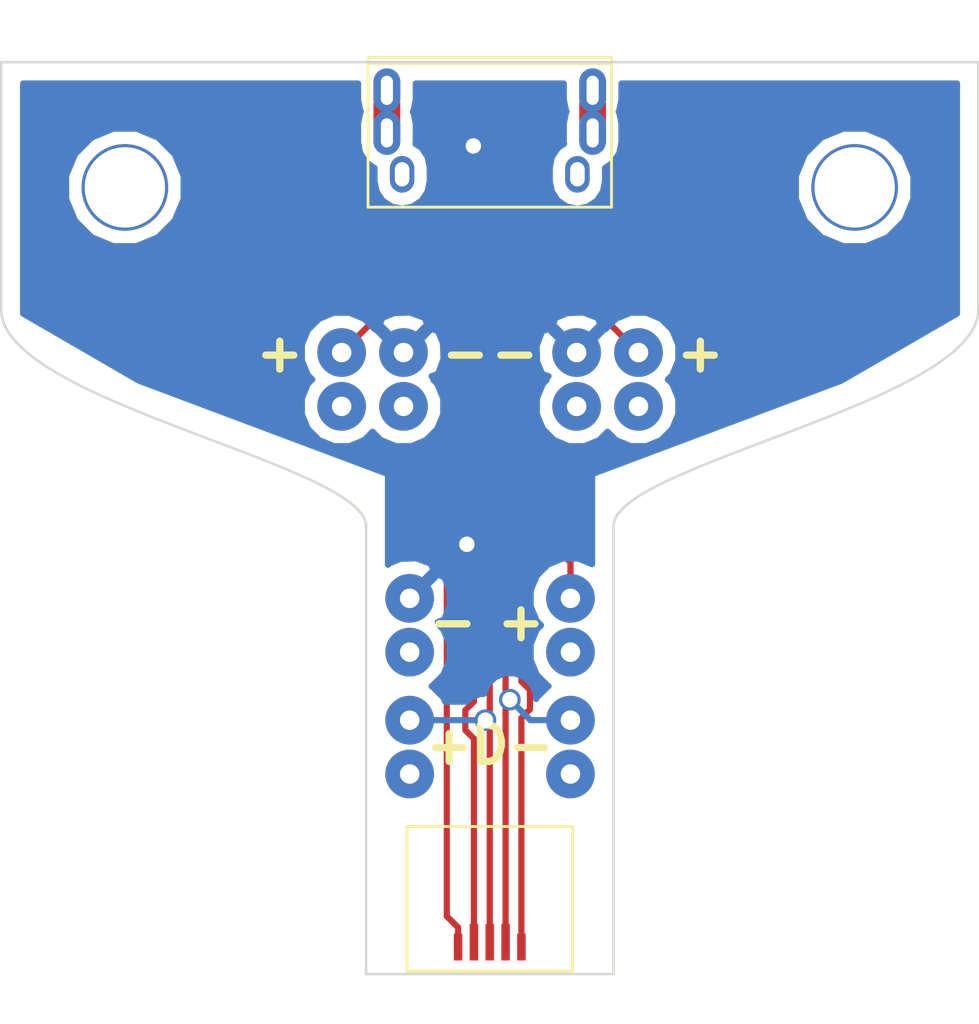
<source format=kicad_pcb>
(kicad_pcb (version 20170123) (host pcbnew "(2017-07-31 revision 67ae5935d)-master")

  (general
    (thickness 1.6)
    (drawings 74)
    (tracks 64)
    (zones 0)
    (modules 10)
    (nets 14)
  )

  (page A4)
  (layers
    (0 F.Cu signal)
    (31 B.Cu signal)
    (32 B.Adhes user)
    (33 F.Adhes user)
    (34 B.Paste user)
    (35 F.Paste user)
    (36 B.SilkS user)
    (37 F.SilkS user)
    (38 B.Mask user)
    (39 F.Mask user)
    (40 Dwgs.User user)
    (41 Cmts.User user)
    (42 Eco1.User user)
    (43 Eco2.User user)
    (44 Edge.Cuts user)
    (45 Margin user)
    (46 B.CrtYd user)
    (47 F.CrtYd user)
    (48 B.Fab user)
    (49 F.Fab user)
  )

  (setup
    (last_trace_width 0.254)
    (trace_clearance 0.254)
    (zone_clearance 0.508)
    (zone_45_only no)
    (trace_min 0.2)
    (segment_width 0.2)
    (edge_width 0.1)
    (via_size 0.889)
    (via_drill 0.635)
    (via_min_size 0.4)
    (via_min_drill 0.3)
    (user_via 3.556 3.302)
    (uvia_size 0.508)
    (uvia_drill 0.127)
    (uvias_allowed no)
    (uvia_min_size 0.2)
    (uvia_min_drill 0.1)
    (pcb_text_width 0.3)
    (pcb_text_size 1.5 1.5)
    (mod_edge_width 0.15)
    (mod_text_size 1 1)
    (mod_text_width 0.15)
    (pad_size 1.5 1.5)
    (pad_drill 0.6)
    (pad_to_mask_clearance 0)
    (aux_axis_origin 0 0)
    (visible_elements FFFFFF7F)
    (pcbplotparams
      (layerselection 0x00030_ffffffff)
      (usegerberextensions false)
      (excludeedgelayer true)
      (linewidth 0.100000)
      (plotframeref false)
      (viasonmask false)
      (mode 1)
      (useauxorigin false)
      (hpglpennumber 1)
      (hpglpenspeed 20)
      (hpglpendiameter 15)
      (psnegative false)
      (psa4output false)
      (plotreference true)
      (plotvalue true)
      (plotinvisibletext false)
      (padsonsilk false)
      (subtractmaskfromsilk false)
      (outputformat 1)
      (mirror false)
      (drillshape 1)
      (scaleselection 1)
      (outputdirectory ""))
  )

  (net 0 "")
  (net 1 /SHIELD)
  (net 2 /GND)
  (net 3 /D+)
  (net 4 /D-)
  (net 5 /VBUS)
  (net 6 "Net-(J2-Pad2)")
  (net 7 "Net-(J3-Pad2)")
  (net 8 "Net-(J4-Pad2)")
  (net 9 "Net-(J5-Pad2)")
  (net 10 "Net-(J6-Pad2)")
  (net 11 "Net-(J7-Pad2)")
  (net 12 "Net-(J8-Pad2)")
  (net 13 "Net-(J9-Pad2)")

  (net_class Default "This is the default net class."
    (clearance 0.254)
    (trace_width 0.254)
    (via_dia 0.889)
    (via_drill 0.635)
    (uvia_dia 0.508)
    (uvia_drill 0.127)
    (add_net /D+)
    (add_net /D-)
    (add_net /GND)
    (add_net /SHIELD)
    (add_net /VBUS)
    (add_net "Net-(J2-Pad2)")
    (add_net "Net-(J3-Pad2)")
    (add_net "Net-(J4-Pad2)")
    (add_net "Net-(J5-Pad2)")
    (add_net "Net-(J6-Pad2)")
    (add_net "Net-(J7-Pad2)")
    (add_net "Net-(J8-Pad2)")
    (add_net "Net-(J9-Pad2)")
  )

  (module custom_footprints:USB_Micro-B-custom locked (layer F.Cu) (tedit 59CDAD90) (tstamp 59CDDC98)
    (at 130.2893 75.184 180)
    (descr "Micro USB Type B Receptacle")
    (tags "USB USB_B USB_micro USB_OTG")
    (path /59CD5E46)
    (attr smd)
    (fp_text reference J1 (at 0 -2.52 180) (layer Cmts.User)
      (effects (font (size 1 1) (thickness 0.15)))
    )
    (fp_text value USB_B (at 0 6.01 180) (layer F.Fab)
      (effects (font (size 1 1) (thickness 0.15)))
    )
    (fp_line (start -5 4.5) (end -5 -1.65) (layer F.SilkS) (width 0.12))
    (fp_line (start 5 4.25) (end -5 4.25) (layer F.SilkS) (width 0.12))
    (fp_line (start 5 -1.65) (end 5 4.5) (layer F.SilkS) (width 0.12))
    (fp_line (start -5 -1.65) (end 5 -1.65) (layer F.SilkS) (width 0.12))
    (fp_line (start -5 4.5) (end 5 4.5) (layer F.SilkS) (width 0.12))
    (fp_line (start -5.2 4.7) (end -5.2 -1.87) (layer F.CrtYd) (width 0.05))
    (fp_line (start 5.2 4.7) (end -5.2 4.7) (layer F.CrtYd) (width 0.05))
    (fp_line (start 5.2 -1.87) (end 5.2 4.7) (layer F.CrtYd) (width 0.05))
    (fp_line (start -5.2 -1.87) (end 5.2 -1.87) (layer F.CrtYd) (width 0.05))
    (pad "" thru_hole oval (at 3.6 -0.3 270) (size 1.5 1) (drill oval 1 0.6) (layers *.Cu *.Mask))
    (pad 5 smd rect (at 1.3 -0.6 270) (size 1.2 0.45) (layers F.Cu F.Paste F.Mask)
      (net 1 /SHIELD))
    (pad 4 smd rect (at 0.65 -0.6 270) (size 1.2 0.45) (layers F.Cu F.Paste F.Mask)
      (net 2 /GND))
    (pad 3 smd rect (at 0 -0.6 270) (size 1.2 0.45) (layers F.Cu F.Paste F.Mask)
      (net 3 /D+))
    (pad 2 smd rect (at -0.65 -0.6 270) (size 1.2 0.45) (layers F.Cu F.Paste F.Mask)
      (net 4 /D-))
    (pad 1 smd rect (at -1.3 -0.6 270) (size 1.2 0.45) (layers F.Cu F.Paste F.Mask)
      (net 5 /VBUS))
    (pad "" thru_hole oval (at -3.6 -0.3 270) (size 1.5 1) (drill oval 1 0.6) (layers *.Cu *.Mask))
    (pad "" thru_hole oval (at -4.225 1.4 270) (size 1.8 1.1) (drill oval 1.2 0.5) (layers *.Cu *.Mask))
    (pad "" thru_hole oval (at -4.225 3.15 270) (size 1.8 1.1) (drill oval 1.2 0.5) (layers *.Cu *.Mask))
    (pad "" thru_hole oval (at 4.225 1.4 270) (size 1.8 1.1) (drill oval 1.2 0.5) (layers *.Cu *.Mask))
    (pad "" thru_hole oval (at 4.225 3.15 270) (size 1.8 1.1) (drill oval 1.2 0.5) (layers *.Cu *.Mask))
    (pad "" smd rect (at 4.225 2.25 270) (size 0.8 1.1) (layers F.Cu F.Paste F.Mask))
    (pad "" smd rect (at -4.225 2.25 270) (size 0.8 1.1) (layers F.Cu F.Paste F.Mask))
  )

  (module custom_footprints:SolderWirePad_1x2-8mm (layer F.Cu) (tedit 59CDAD98) (tstamp 59CDDC9E)
    (at 136.398 83.914 270)
    (path /59CAC5DC)
    (fp_text reference J2 (at 0 -3.81 270) (layer Cmts.User)
      (effects (font (size 1 1) (thickness 0.15)))
    )
    (fp_text value CONN_01X02 (at 0.635 2.54 270) (layer F.Fab) hide
      (effects (font (size 1 1) (thickness 0.15)))
    )
    (pad 2 thru_hole circle (at 1.1 0 270) (size 1.99898 1.99898) (drill 0.8001) (layers *.Cu *.Mask)
      (net 6 "Net-(J2-Pad2)"))
    (pad 1 thru_hole circle (at -1.11 0 270) (size 1.99898 1.99898) (drill 0.8001) (layers *.Cu *.Mask)
      (net 5 /VBUS))
  )

  (module custom_footprints:SolderWirePad_1x2-8mm (layer F.Cu) (tedit 59CDAD94) (tstamp 59CDDCA4)
    (at 133.858 83.914 270)
    (path /59CAC664)
    (fp_text reference J3 (at 0 -3.81 270) (layer Cmts.User)
      (effects (font (size 1 1) (thickness 0.15)))
    )
    (fp_text value CONN_01X02 (at 0.635 2.54 270) (layer F.Fab) hide
      (effects (font (size 1 1) (thickness 0.15)))
    )
    (pad 1 thru_hole circle (at -1.11 0 270) (size 1.99898 1.99898) (drill 0.8001) (layers *.Cu *.Mask)
      (net 2 /GND))
    (pad 2 thru_hole circle (at 1.1 0 270) (size 1.99898 1.99898) (drill 0.8001) (layers *.Cu *.Mask)
      (net 7 "Net-(J3-Pad2)"))
  )

  (module custom_footprints:SolderWirePad_1x2-8mm (layer F.Cu) (tedit 59CDAD53) (tstamp 59CDDCAA)
    (at 124.206 83.914 270)
    (path /59CAC690)
    (fp_text reference J4 (at 0 -3.81 270) (layer Cmts.User) hide
      (effects (font (size 1 1) (thickness 0.15)))
    )
    (fp_text value CONN_01X02 (at 0.635 2.54 270) (layer F.Fab) hide
      (effects (font (size 1 1) (thickness 0.15)))
    )
    (pad 2 thru_hole circle (at 1.1 0 270) (size 1.99898 1.99898) (drill 0.8001) (layers *.Cu *.Mask)
      (net 8 "Net-(J4-Pad2)"))
    (pad 1 thru_hole circle (at -1.11 0 270) (size 1.99898 1.99898) (drill 0.8001) (layers *.Cu *.Mask)
      (net 5 /VBUS))
  )

  (module custom_footprints:SolderWirePad_1x2-8mm (layer F.Cu) (tedit 59CDAD57) (tstamp 59CDDCB0)
    (at 126.746 83.914 270)
    (path /59CAC6F5)
    (fp_text reference J5 (at 0 -3.81 270) (layer Cmts.User)
      (effects (font (size 1 1) (thickness 0.15)))
    )
    (fp_text value CONN_01X02 (at 0.635 2.54 270) (layer F.Fab) hide
      (effects (font (size 1 1) (thickness 0.15)))
    )
    (pad 1 thru_hole circle (at -1.11 0 270) (size 1.99898 1.99898) (drill 0.8001) (layers *.Cu *.Mask)
      (net 2 /GND))
    (pad 2 thru_hole circle (at 1.1 0 270) (size 1.99898 1.99898) (drill 0.8001) (layers *.Cu *.Mask)
      (net 9 "Net-(J5-Pad2)"))
  )

  (module custom_footprints:SolderWirePad_1x2-8mm (layer F.Cu) (tedit 59CDAD86) (tstamp 59CDDCB6)
    (at 133.604 94.008 270)
    (path /59CD691B)
    (fp_text reference J6 (at 0 -3.81 270) (layer Cmts.User)
      (effects (font (size 1 1) (thickness 0.15)))
    )
    (fp_text value CONN_01X02 (at 0.635 2.54 270) (layer F.Fab) hide
      (effects (font (size 1 1) (thickness 0.15)))
    )
    (pad 2 thru_hole circle (at 1.1 0 270) (size 1.99898 1.99898) (drill 0.8001) (layers *.Cu *.Mask)
      (net 10 "Net-(J6-Pad2)"))
    (pad 1 thru_hole circle (at -1.11 0 270) (size 1.99898 1.99898) (drill 0.8001) (layers *.Cu *.Mask)
      (net 5 /VBUS))
  )

  (module custom_footprints:SolderWirePad_1x2-8mm (layer F.Cu) (tedit 59CDAD78) (tstamp 59CDDCBC)
    (at 127 99.012 270)
    (path /59CD64BA)
    (fp_text reference J7 (at 0 -3.81 270) (layer Cmts.User)
      (effects (font (size 1 1) (thickness 0.15)))
    )
    (fp_text value CONN_01X02 (at 0.635 2.54 270) (layer F.Fab) hide
      (effects (font (size 1 1) (thickness 0.15)))
    )
    (pad 1 thru_hole circle (at -1.11 0 270) (size 1.99898 1.99898) (drill 0.8001) (layers *.Cu *.Mask)
      (net 3 /D+))
    (pad 2 thru_hole circle (at 1.1 0 270) (size 1.99898 1.99898) (drill 0.8001) (layers *.Cu *.Mask)
      (net 11 "Net-(J7-Pad2)"))
  )

  (module custom_footprints:SolderWirePad_1x2-8mm (layer F.Cu) (tedit 59CDAD82) (tstamp 59CDDCC2)
    (at 133.604 99.012 270)
    (path /59CD62AF)
    (fp_text reference J8 (at 0 -3.81 270) (layer Cmts.User)
      (effects (font (size 1 1) (thickness 0.15)))
    )
    (fp_text value CONN_01X02 (at 0.635 2.54 270) (layer F.Fab) hide
      (effects (font (size 1 1) (thickness 0.15)))
    )
    (pad 2 thru_hole circle (at 1.1 0 270) (size 1.99898 1.99898) (drill 0.8001) (layers *.Cu *.Mask)
      (net 12 "Net-(J8-Pad2)"))
    (pad 1 thru_hole circle (at -1.11 0 270) (size 1.99898 1.99898) (drill 0.8001) (layers *.Cu *.Mask)
      (net 4 /D-))
  )

  (module custom_footprints:SolderWirePad_1x2-8mm (layer F.Cu) (tedit 59CDAD7D) (tstamp 59CDDCC8)
    (at 127 94.008 270)
    (path /59CD6590)
    (fp_text reference J9 (at 0 -3.81 270) (layer Cmts.User)
      (effects (font (size 1 1) (thickness 0.15)))
    )
    (fp_text value CONN_01X02 (at 0.635 2.54 270) (layer F.Fab) hide
      (effects (font (size 1 1) (thickness 0.15)))
    )
    (pad 2 thru_hole circle (at 1.1 0 270) (size 1.99898 1.99898) (drill 0.8001) (layers *.Cu *.Mask)
      (net 13 "Net-(J9-Pad2)"))
    (pad 1 thru_hole circle (at -1.11 0 270) (size 1.99898 1.99898) (drill 0.8001) (layers *.Cu *.Mask)
      (net 2 /GND))
  )

  (module custom_footprints:USB_Micro-B-custom-plug locked (layer F.Cu) (tedit 59CDADA3) (tstamp 59CDDCDF)
    (at 130.2893 107.0206 180)
    (descr "Micro USB Type B Receptacle")
    (tags "USB USB_B USB_micro USB_OTG")
    (path /59CD612E)
    (attr smd)
    (fp_text reference J11 (at 0 -2.52 180) (layer Cmts.User)
      (effects (font (size 1 1) (thickness 0.15)))
    )
    (fp_text value USB_B (at 0 6.01 180) (layer F.Fab)
      (effects (font (size 1 1) (thickness 0.15)))
    )
    (fp_line (start -3.4 4.75) (end -3.4 -1.19) (layer F.SilkS) (width 0.12))
    (fp_line (start 3.4 -1.19) (end 3.4 4.75) (layer F.SilkS) (width 0.12))
    (fp_line (start -3.4 -1.19) (end 3.4 -1.19) (layer F.SilkS) (width 0.12))
    (fp_line (start -3.4 4.75) (end 3.4 4.75) (layer F.SilkS) (width 0.12))
    (fp_line (start -3.65 5) (end -3.65 -1.5) (layer F.CrtYd) (width 0.05))
    (fp_line (start 3.65 5) (end -3.65 5) (layer F.CrtYd) (width 0.05))
    (fp_line (start 3.65 -1.5) (end 3.65 5) (layer F.CrtYd) (width 0.05))
    (fp_line (start -3.65 -1.5) (end 3.65 -1.5) (layer F.CrtYd) (width 0.05))
    (pad 5 smd rect (at 1.3 -0.2 270) (size 1.1 0.35) (layers F.Cu F.Paste F.Mask)
      (net 1 /SHIELD))
    (pad 4 smd rect (at 0.65 0 270) (size 1.5 0.35) (layers F.Cu F.Paste F.Mask)
      (net 2 /GND))
    (pad 3 smd rect (at 0 0 270) (size 1.5 0.35) (layers F.Cu F.Paste F.Mask)
      (net 3 /D+))
    (pad 2 smd rect (at -0.65 0 270) (size 1.5 0.35) (layers F.Cu F.Paste F.Mask)
      (net 4 /D-))
    (pad 1 smd rect (at -1.3 -0.2 270) (size 1.1 0.35) (layers F.Cu F.Paste F.Mask)
      (net 5 /VBUS))
  )

  (gr_line (start 147.574 83.566) (end 113.03 83.566) (layer Cmts.User) (width 0.2))
  (gr_text - (at 128.778 93.838) (layer F.SilkS)
    (effects (font (size 1.5 1.5) (thickness 0.3)))
  )
  (gr_text + (at 131.572 93.838) (layer F.SilkS)
    (effects (font (size 1.5 1.5) (thickness 0.3)))
  )
  (gr_text +D- (at 130.302 98.918) (layer F.SilkS)
    (effects (font (size 1.5 1.5) (thickness 0.3)))
  )
  (gr_text + (at 138.938 82.804) (layer F.SilkS) (tstamp 59CDE100)
    (effects (font (size 1.5 1.5) (thickness 0.3)))
  )
  (gr_text - (at 131.318 82.804) (layer F.SilkS) (tstamp 59CDE0FD)
    (effects (font (size 1.5 1.5) (thickness 0.3)))
  )
  (gr_text - (at 129.286 82.804) (layer F.SilkS)
    (effects (font (size 1.5 1.5) (thickness 0.3)))
  )
  (gr_text + (at 121.666 82.804) (layer F.SilkS)
    (effects (font (size 1.5 1.5) (thickness 0.3)))
  )
  (gr_line (start 110.267605 81.393954) (end 110.320313 81.567989) (layer Edge.Cuts) (width 0.1))
  (gr_line (start 110.235477 81.218117) (end 110.267605 81.393954) (layer Edge.Cuts) (width 0.1))
  (gr_line (start 111.207888 82.738213) (end 111.6076 83.058) (layer Edge.Cuts) (width 0.1))
  (gr_line (start 110.868545 82.412148) (end 111.207888 82.738213) (layer Edge.Cuts) (width 0.1))
  (gr_line (start 113.114067 83.982013) (end 113.700372 84.27901) (layer Edge.Cuts) (width 0.1))
  (gr_line (start 112.566177 83.679667) (end 113.114067 83.982013) (layer Edge.Cuts) (width 0.1))
  (gr_line (start 110.595058 82.079571) (end 110.868545 82.412148) (layer Edge.Cuts) (width 0.1))
  (gr_line (start 110.484725 81.910768) (end 110.595058 82.079571) (layer Edge.Cuts) (width 0.1))
  (gr_line (start 150.356615 70.880448) (end 150.356615 81.040448) (layer Edge.Cuts) (width 0.1))
  (gr_line (start 110.224615 70.880448) (end 150.356615 70.880448) (layer Edge.Cuts) (width 0.1))
  (gr_line (start 135.538915 89.453888) (end 135.466313 89.57313) (layer Edge.Cuts) (width 0.1))
  (gr_line (start 135.741058 89.215027) (end 135.538915 89.453888) (layer Edge.Cuts) (width 0.1))
  (gr_line (start 137.712178 88.005605) (end 137.208193 88.25028) (layer Edge.Cuts) (width 0.1))
  (gr_line (start 138.846372 87.510441) (end 137.712178 88.005605) (layer Edge.Cuts) (width 0.1))
  (gr_line (start 148.519037 83.37174) (end 148.015053 83.679667) (layer Edge.Cuts) (width 0.1))
  (gr_line (start 148.97363 83.058) (end 148.519037 83.37174) (layer Edge.Cuts) (width 0.1))
  (gr_line (start 120.468951 87.005976) (end 121.734858 87.510441) (layer Edge.Cuts) (width 0.1))
  (gr_line (start 117.717615 85.961698) (end 120.468951 87.005976) (layer Edge.Cuts) (width 0.1))
  (gr_line (start 140.112279 87.005976) (end 138.846372 87.510441) (layer Edge.Cuts) (width 0.1))
  (gr_line (start 142.863615 85.961698) (end 140.112279 87.005976) (layer Edge.Cuts) (width 0.1))
  (gr_line (start 125.167625 89.692285) (end 125.199753 89.811381) (layer Edge.Cuts) (width 0.1))
  (gr_line (start 125.114917 89.57313) (end 125.167625 89.692285) (layer Edge.Cuts) (width 0.1))
  (gr_line (start 124.566685 88.975468) (end 124.840172 89.215027) (layer Edge.Cuts) (width 0.1))
  (gr_line (start 124.227342 88.734979) (end 124.566685 88.975468) (layer Edge.Cuts) (width 0.1))
  (gr_line (start 125.042315 89.453888) (end 125.114917 89.57313) (layer Edge.Cuts) (width 0.1))
  (gr_line (start 124.840172 89.215027) (end 125.042315 89.453888) (layer Edge.Cuts) (width 0.1))
  (gr_line (start 136.014545 88.975468) (end 135.741058 89.215027) (layer Edge.Cuts) (width 0.1))
  (gr_line (start 136.353888 88.734979) (end 136.014545 88.975468) (layer Edge.Cuts) (width 0.1))
  (gr_line (start 122.869052 88.005605) (end 123.373037 88.25028) (layer Edge.Cuts) (width 0.1))
  (gr_line (start 121.734858 87.510441) (end 122.869052 88.005605) (layer Edge.Cuts) (width 0.1))
  (gr_line (start 144.261235 85.418166) (end 142.863615 85.961698) (layer Edge.Cuts) (width 0.1))
  (gr_line (start 145.614951 84.85789) (end 144.261235 85.418166) (layer Edge.Cuts) (width 0.1))
  (gr_line (start 147.467163 83.982013) (end 146.880858 84.27901) (layer Edge.Cuts) (width 0.1))
  (gr_line (start 148.015053 83.679667) (end 147.467163 83.982013) (layer Edge.Cuts) (width 0.1))
  (gr_line (start 135.381477 89.811381) (end 135.370615 89.930448) (layer Edge.Cuts) (width 0.1))
  (gr_line (start 150.356615 81.040448) (end 150.345753 81.218117) (layer Edge.Cuts) (width 0.1))
  (gr_line (start 125.199753 89.811381) (end 125.210615 89.930448) (layer Edge.Cuts) (width 0.1))
  (gr_line (start 116.319995 85.418166) (end 117.717615 85.961698) (layer Edge.Cuts) (width 0.1))
  (gr_line (start 114.966279 84.85789) (end 116.319995 85.418166) (layer Edge.Cuts) (width 0.1))
  (gr_line (start 136.7536 88.493327) (end 136.353888 88.734979) (layer Edge.Cuts) (width 0.1))
  (gr_line (start 137.208193 88.25028) (end 136.7536 88.493327) (layer Edge.Cuts) (width 0.1))
  (gr_line (start 146.261625 84.570892) (end 145.614951 84.85789) (layer Edge.Cuts) (width 0.1))
  (gr_line (start 146.880858 84.27901) (end 146.261625 84.570892) (layer Edge.Cuts) (width 0.1))
  (gr_line (start 123.82763 88.493327) (end 124.227342 88.734979) (layer Edge.Cuts) (width 0.1))
  (gr_line (start 123.373037 88.25028) (end 123.82763 88.493327) (layer Edge.Cuts) (width 0.1))
  (gr_line (start 110.224615 81.040448) (end 110.224615 70.880448) (layer Edge.Cuts) (width 0.1))
  (gr_line (start 149.986172 82.079571) (end 149.712685 82.412148) (layer Edge.Cuts) (width 0.1))
  (gr_line (start 150.096505 81.910768) (end 149.986172 82.079571) (layer Edge.Cuts) (width 0.1))
  (gr_line (start 135.413605 89.692285) (end 135.381477 89.811381) (layer Edge.Cuts) (width 0.1))
  (gr_line (start 135.466313 89.57313) (end 135.413605 89.692285) (layer Edge.Cuts) (width 0.1))
  (gr_line (start 149.373342 82.738213) (end 148.97363 83.058) (layer Edge.Cuts) (width 0.1))
  (gr_line (start 149.712685 82.412148) (end 149.373342 82.738213) (layer Edge.Cuts) (width 0.1))
  (gr_line (start 150.313625 81.393954) (end 150.260917 81.567989) (layer Edge.Cuts) (width 0.1))
  (gr_line (start 150.345753 81.218117) (end 150.313625 81.393954) (layer Edge.Cuts) (width 0.1))
  (gr_line (start 125.210615 108.331) (end 135.370615 108.331) (layer Edge.Cuts) (width 0.1))
  (gr_line (start 125.210615 89.930448) (end 125.210615 108.331) (layer Edge.Cuts) (width 0.1))
  (gr_line (start 150.188315 81.740251) (end 150.096505 81.910768) (layer Edge.Cuts) (width 0.1))
  (gr_line (start 150.260917 81.567989) (end 150.188315 81.740251) (layer Edge.Cuts) (width 0.1))
  (gr_line (start 110.392915 81.740251) (end 110.484725 81.910768) (layer Edge.Cuts) (width 0.1))
  (gr_line (start 110.320313 81.567989) (end 110.392915 81.740251) (layer Edge.Cuts) (width 0.1))
  (gr_line (start 114.319605 84.570892) (end 114.966279 84.85789) (layer Edge.Cuts) (width 0.1))
  (gr_line (start 113.700372 84.27901) (end 114.319605 84.570892) (layer Edge.Cuts) (width 0.1))
  (gr_line (start 110.224615 81.040448) (end 110.235477 81.218117) (layer Edge.Cuts) (width 0.1))
  (gr_line (start 135.370615 108.331) (end 135.370615 89.930448) (layer Edge.Cuts) (width 0.1))
  (gr_line (start 112.062193 83.37174) (end 112.566177 83.679667) (layer Edge.Cuts) (width 0.1))
  (gr_line (start 111.6076 83.058) (end 112.062193 83.37174) (layer Edge.Cuts) (width 0.1))

  (via (at 145.2753 76.0222) (size 3.556) (drill 3.302) (layers F.Cu B.Cu) (net 0) (status 40000))
  (via (at 115.3033 76.0222) (size 3.556) (drill 3.302) (layers F.Cu B.Cu) (net 0) (status 40000))
  (segment (start 128.9893 107.2206) (end 128.9893 106.4166) (width 0.254) (layer F.Cu) (net 1))
  (segment (start 128.9893 106.4166) (end 128.524 105.9513) (width 0.254) (layer F.Cu) (net 1))
  (segment (start 128.524 105.9513) (end 128.524 79.204436) (width 0.254) (layer F.Cu) (net 1))
  (segment (start 128.524 79.204436) (end 128.9893 78.739136) (width 0.254) (layer F.Cu) (net 1))
  (segment (start 128.9893 76.638) (end 128.9893 75.784) (width 0.254) (layer F.Cu) (net 1))
  (segment (start 128.9893 78.739136) (end 128.9893 76.638) (width 0.254) (layer F.Cu) (net 1))
  (segment (start 128.9893 75.784) (end 128.9893 76.159) (width 0.254) (layer F.Cu) (net 1))
  (segment (start 129.6393 75.784) (end 129.6393 89.916) (width 0.254) (layer F.Cu) (net 2))
  (segment (start 129.6393 89.916) (end 129.6393 91.186) (width 0.254) (layer F.Cu) (net 2))
  (segment (start 129.34951 90.36049) (end 129.6393 90.0707) (width 0.254) (layer F.Cu) (net 2))
  (segment (start 129.6393 90.0707) (end 129.6393 89.916) (width 0.254) (layer F.Cu) (net 2))
  (segment (start 129.34951 90.678) (end 129.34951 90.36049) (width 0.254) (layer F.Cu) (net 2))
  (segment (start 129.6393 91.186) (end 129.6393 91.44) (width 0.254) (layer F.Cu) (net 2))
  (segment (start 129.34951 90.678) (end 129.34951 90.89621) (width 0.254) (layer F.Cu) (net 2))
  (segment (start 129.34951 90.89621) (end 129.6393 91.186) (width 0.254) (layer F.Cu) (net 2))
  (via (at 129.34951 90.678) (size 0.889) (drill 0.635) (layers F.Cu B.Cu) (net 2))
  (segment (start 129.6393 91.44) (end 129.6393 97.139758) (width 0.254) (layer F.Cu) (net 2))
  (segment (start 129.6393 106.0166) (end 129.6393 107.0206) (width 0.254) (layer F.Cu) (net 2))
  (segment (start 129.6393 98.664242) (end 129.6393 106.0166) (width 0.254) (layer F.Cu) (net 2))
  (segment (start 129.286011 98.310953) (end 129.6393 98.664242) (width 0.254) (layer F.Cu) (net 2))
  (segment (start 129.286011 97.493047) (end 129.286011 98.310953) (width 0.254) (layer F.Cu) (net 2))
  (segment (start 129.6393 97.139758) (end 129.286011 97.493047) (width 0.254) (layer F.Cu) (net 2))
  (segment (start 129.6393 75.784) (end 129.6393 74.3435) (width 0.254) (layer F.Cu) (net 2))
  (segment (start 129.6393 74.3435) (end 129.6162 74.3204) (width 0.254) (layer F.Cu) (net 2))
  (via (at 129.6162 74.3204) (size 0.889) (drill 0.635) (layers F.Cu B.Cu) (net 2))
  (segment (start 130.2893 107.0206) (end 130.2893 98.079779) (width 0.254) (layer F.Cu) (net 3))
  (segment (start 130.2893 75.784) (end 130.2893 97.724221) (width 0.254) (layer F.Cu) (net 3))
  (segment (start 130.2893 98.079779) (end 130.111521 97.902) (width 0.254) (layer F.Cu) (net 3))
  (via (at 130.111521 97.902) (size 0.889) (drill 0.635) (layers F.Cu B.Cu) (net 3))
  (segment (start 130.2766 97.902) (end 130.111521 97.902) (width 0.254) (layer B.Cu) (net 3))
  (segment (start 127 97.902) (end 130.111521 97.902) (width 0.254) (layer B.Cu) (net 3))
  (segment (start 130.2893 97.724221) (end 130.111521 97.902) (width 0.254) (layer F.Cu) (net 3))
  (segment (start 131.559309 97.504025) (end 131.11481 97.059526) (width 0.254) (layer B.Cu) (net 4))
  (segment (start 131.957284 97.902) (end 131.559309 97.504025) (width 0.254) (layer B.Cu) (net 4))
  (segment (start 133.604 97.902) (end 131.957284 97.902) (width 0.254) (layer B.Cu) (net 4))
  (segment (start 130.9393 107.0206) (end 130.9393 97.235036) (width 0.254) (layer F.Cu) (net 4))
  (segment (start 130.9393 96.884016) (end 131.11481 97.059526) (width 0.254) (layer F.Cu) (net 4))
  (segment (start 130.9393 97.235036) (end 131.11481 97.059526) (width 0.254) (layer F.Cu) (net 4))
  (via (at 131.11481 97.059526) (size 0.889) (drill 0.635) (layers F.Cu B.Cu) (net 4))
  (segment (start 130.9393 75.784) (end 130.9393 96.884016) (width 0.254) (layer F.Cu) (net 4))
  (segment (start 130.9393 75.784) (end 130.9393 76.638) (width 0.254) (layer F.Cu) (net 4))
  (segment (start 131.5893 75.784) (end 131.5893 73.8551) (width 0.254) (layer F.Cu) (net 5))
  (segment (start 131.5893 73.8551) (end 130.7846 73.0504) (width 0.254) (layer F.Cu) (net 5))
  (segment (start 128.383299 78.626701) (end 124.206 82.804) (width 0.254) (layer F.Cu) (net 5))
  (segment (start 130.7846 73.0504) (end 129.2352 73.0504) (width 0.254) (layer F.Cu) (net 5))
  (segment (start 129.2352 73.0504) (end 128.383299 73.902301) (width 0.254) (layer F.Cu) (net 5))
  (segment (start 128.383299 73.902301) (end 128.383299 78.626701) (width 0.254) (layer F.Cu) (net 5))
  (segment (start 131.5893 77.216) (end 131.5893 89.154) (width 0.254) (layer F.Cu) (net 5))
  (segment (start 131.5893 75.784) (end 131.5893 77.216) (width 0.254) (layer F.Cu) (net 5))
  (segment (start 131.5893 77.216) (end 131.5893 77.9953) (width 0.254) (layer F.Cu) (net 5))
  (segment (start 131.5893 77.9953) (end 136.398 82.804) (width 0.254) (layer F.Cu) (net 5))
  (segment (start 131.5893 89.154) (end 131.5893 89.408) (width 0.254) (layer F.Cu) (net 5))
  (segment (start 131.5893 107.2206) (end 131.5893 97.806778) (width 0.254) (layer F.Cu) (net 5))
  (segment (start 131.5893 97.806778) (end 131.940311 97.455767) (width 0.254) (layer F.Cu) (net 5))
  (segment (start 131.940311 97.455767) (end 131.940311 96.663285) (width 0.254) (layer F.Cu) (net 5))
  (segment (start 131.940311 96.663285) (end 131.5893 96.312274) (width 0.254) (layer F.Cu) (net 5))
  (segment (start 131.5893 96.312274) (end 131.5893 89.154) (width 0.254) (layer F.Cu) (net 5))
  (segment (start 131.5893 106.8456) (end 131.5893 107.2206) (width 0.254) (layer F.Cu) (net 5))
  (segment (start 131.5893 89.408) (end 132.0183 89.837) (width 0.254) (layer F.Cu) (net 5))
  (segment (start 133.604 92.898) (end 133.604 91.4227) (width 0.254) (layer F.Cu) (net 5))
  (segment (start 133.604 91.4227) (end 131.5893 89.408) (width 0.254) (layer F.Cu) (net 5))
  (segment (start 131.5893 75.784) (end 131.5893 76.159) (width 0.254) (layer F.Cu) (net 5))

  (zone (net 2) (net_name /GND) (layer B.Cu) (tstamp 0) (hatch edge 0.508)
    (connect_pads (clearance 0.508))
    (min_thickness 0.254)
    (fill yes (arc_segments 16) (thermal_gap 0.508) (thermal_bridge_width 0.508))
    (polygon
      (pts
        (xy 115.824 84.074) (xy 125.984 87.884) (xy 125.984 107.442) (xy 134.62 107.442) (xy 134.62 87.884)
        (xy 144.78 84.074) (xy 149.606 81.28) (xy 149.606 71.628) (xy 110.998 71.628) (xy 110.998 81.28)
      )
    )
    (filled_polygon
      (pts
        (xy 124.8793 72.414072) (xy 124.969503 72.867552) (xy 124.997198 72.909) (xy 124.969503 72.950448) (xy 124.8793 73.403928)
        (xy 124.8793 74.164072) (xy 124.969503 74.617552) (xy 125.226378 75.001994) (xy 125.5543 75.221104) (xy 125.5543 75.761134)
        (xy 125.640697 76.19548) (xy 125.886734 76.5637) (xy 126.254954 76.809737) (xy 126.6893 76.896134) (xy 127.123646 76.809737)
        (xy 127.491866 76.5637) (xy 127.737903 76.19548) (xy 127.8243 75.761134) (xy 127.8243 75.206866) (xy 127.737903 74.77252)
        (xy 127.491866 74.4043) (xy 127.235579 74.233054) (xy 127.2493 74.164072) (xy 127.2493 73.403928) (xy 127.159097 72.950448)
        (xy 127.131402 72.909) (xy 127.159097 72.867552) (xy 127.2493 72.414072) (xy 127.2493 71.755) (xy 133.3293 71.755)
        (xy 133.3293 72.414072) (xy 133.419503 72.867552) (xy 133.447198 72.909) (xy 133.419503 72.950448) (xy 133.3293 73.403928)
        (xy 133.3293 74.164072) (xy 133.343021 74.233054) (xy 133.086734 74.4043) (xy 132.840697 74.77252) (xy 132.7543 75.206866)
        (xy 132.7543 75.761134) (xy 132.840697 76.19548) (xy 133.086734 76.5637) (xy 133.454954 76.809737) (xy 133.8893 76.896134)
        (xy 134.323646 76.809737) (xy 134.691866 76.5637) (xy 134.734382 76.50007) (xy 142.861883 76.50007) (xy 143.228466 77.387269)
        (xy 143.906661 78.066649) (xy 144.793219 78.43478) (xy 145.75317 78.435617) (xy 146.640369 78.069034) (xy 147.319749 77.390839)
        (xy 147.68788 76.504281) (xy 147.688717 75.54433) (xy 147.322134 74.657131) (xy 146.643939 73.977751) (xy 145.757381 73.60962)
        (xy 144.79743 73.608783) (xy 143.910231 73.975366) (xy 143.230851 74.653561) (xy 142.86272 75.540119) (xy 142.861883 76.50007)
        (xy 134.734382 76.50007) (xy 134.937903 76.19548) (xy 135.0243 75.761134) (xy 135.0243 75.221104) (xy 135.352222 75.001994)
        (xy 135.609097 74.617552) (xy 135.6993 74.164072) (xy 135.6993 73.403928) (xy 135.609097 72.950448) (xy 135.581402 72.909)
        (xy 135.609097 72.867552) (xy 135.6993 72.414072) (xy 135.6993 71.755) (xy 149.479 71.755) (xy 149.479 81.206778)
        (xy 144.725514 83.958796) (xy 134.575407 87.765086) (xy 134.533295 87.791203) (xy 134.504383 87.831447) (xy 134.493 87.884)
        (xy 134.493 91.497345) (xy 133.930547 91.263794) (xy 133.280306 91.263226) (xy 132.679345 91.511538) (xy 132.219154 91.970927)
        (xy 131.969794 92.571453) (xy 131.969226 93.221694) (xy 132.217538 93.822655) (xy 132.39748 94.002911) (xy 132.219154 94.180927)
        (xy 131.969794 94.781453) (xy 131.969226 95.431694) (xy 132.217538 96.032655) (xy 132.676927 96.492846) (xy 132.705525 96.504721)
        (xy 132.679345 96.515538) (xy 132.219154 96.974927) (xy 132.194332 97.034704) (xy 132.194497 96.845742) (xy 132.030499 96.448837)
        (xy 131.727096 96.144904) (xy 131.330478 95.980213) (xy 130.901026 95.979839) (xy 130.504121 96.143837) (xy 130.200188 96.44724)
        (xy 130.04439 96.822441) (xy 129.897737 96.822313) (xy 129.500832 96.986311) (xy 129.346875 97.14) (xy 128.45367 97.14)
        (xy 128.386462 96.977345) (xy 127.927073 96.517154) (xy 127.898475 96.505279) (xy 127.924655 96.494462) (xy 128.384846 96.035073)
        (xy 128.634206 95.434547) (xy 128.634774 94.784306) (xy 128.386462 94.183345) (xy 128.227339 94.023945) (xy 128.266446 93.984838)
        (xy 128.152164 93.870556) (xy 128.418965 93.771958) (xy 128.645401 93.162418) (xy 128.621341 92.512623) (xy 128.418965 92.024042)
        (xy 128.152163 91.925443) (xy 127.179605 92.898) (xy 127.193748 92.912142) (xy 127.014142 93.091748) (xy 127 93.077605)
        (xy 126.985858 93.091748) (xy 126.806252 92.912142) (xy 126.820395 92.898) (xy 126.806252 92.883858) (xy 126.985858 92.704252)
        (xy 127 92.718395) (xy 127.972557 91.745837) (xy 127.873958 91.479035) (xy 127.264418 91.252599) (xy 126.614623 91.276659)
        (xy 126.126042 91.479035) (xy 126.111 91.519738) (xy 126.111 87.884) (xy 126.101333 87.835399) (xy 126.073803 87.794197)
        (xy 126.028593 87.765086) (xy 115.878486 83.958796) (xy 114.442947 83.127694) (xy 122.571226 83.127694) (xy 122.819538 83.728655)
        (xy 122.99948 83.908911) (xy 122.821154 84.086927) (xy 122.571794 84.687453) (xy 122.571226 85.337694) (xy 122.819538 85.938655)
        (xy 123.278927 86.398846) (xy 123.879453 86.648206) (xy 124.529694 86.648774) (xy 125.130655 86.400462) (xy 125.476199 86.05552)
        (xy 125.818927 86.398846) (xy 126.419453 86.648206) (xy 127.069694 86.648774) (xy 127.670655 86.400462) (xy 128.130846 85.941073)
        (xy 128.380206 85.340547) (xy 128.380774 84.690306) (xy 128.132462 84.089345) (xy 127.973339 83.929945) (xy 128.012446 83.890838)
        (xy 127.898164 83.776556) (xy 128.164965 83.677958) (xy 128.391401 83.068418) (xy 128.37182 82.539582) (xy 132.212599 82.539582)
        (xy 132.236659 83.189377) (xy 132.439035 83.677958) (xy 132.705836 83.776556) (xy 132.591554 83.890838) (xy 132.630536 83.92982)
        (xy 132.473154 84.086927) (xy 132.223794 84.687453) (xy 132.223226 85.337694) (xy 132.471538 85.938655) (xy 132.930927 86.398846)
        (xy 133.531453 86.648206) (xy 134.181694 86.648774) (xy 134.782655 86.400462) (xy 135.128199 86.05552) (xy 135.470927 86.398846)
        (xy 136.071453 86.648206) (xy 136.721694 86.648774) (xy 137.322655 86.400462) (xy 137.782846 85.941073) (xy 138.032206 85.340547)
        (xy 138.032774 84.690306) (xy 137.784462 84.089345) (xy 137.60452 83.909089) (xy 137.782846 83.731073) (xy 138.032206 83.130547)
        (xy 138.032774 82.480306) (xy 137.784462 81.879345) (xy 137.325073 81.419154) (xy 136.724547 81.169794) (xy 136.074306 81.169226)
        (xy 135.473345 81.417538) (xy 135.045599 81.844539) (xy 135.010163 81.831443) (xy 134.037605 82.804) (xy 134.051748 82.818142)
        (xy 133.872142 82.997748) (xy 133.858 82.983605) (xy 133.843858 82.997748) (xy 133.664252 82.818142) (xy 133.678395 82.804)
        (xy 132.705837 81.831443) (xy 132.439035 81.930042) (xy 132.212599 82.539582) (xy 128.37182 82.539582) (xy 128.367341 82.418623)
        (xy 128.164965 81.930042) (xy 127.898163 81.831443) (xy 126.925605 82.804) (xy 126.939748 82.818142) (xy 126.760142 82.997748)
        (xy 126.746 82.983605) (xy 126.731858 82.997748) (xy 126.552252 82.818142) (xy 126.566395 82.804) (xy 125.593837 81.831443)
        (xy 125.557901 81.844724) (xy 125.365351 81.651837) (xy 125.773443 81.651837) (xy 126.746 82.624395) (xy 127.718557 81.651837)
        (xy 132.885443 81.651837) (xy 133.858 82.624395) (xy 134.830557 81.651837) (xy 134.731958 81.385035) (xy 134.122418 81.158599)
        (xy 133.472623 81.182659) (xy 132.984042 81.385035) (xy 132.885443 81.651837) (xy 127.718557 81.651837) (xy 127.619958 81.385035)
        (xy 127.010418 81.158599) (xy 126.360623 81.182659) (xy 125.872042 81.385035) (xy 125.773443 81.651837) (xy 125.365351 81.651837)
        (xy 125.133073 81.419154) (xy 124.532547 81.169794) (xy 123.882306 81.169226) (xy 123.281345 81.417538) (xy 122.821154 81.876927)
        (xy 122.571794 82.477453) (xy 122.571226 83.127694) (xy 114.442947 83.127694) (xy 111.125 81.206778) (xy 111.125 76.50007)
        (xy 112.889883 76.50007) (xy 113.256466 77.387269) (xy 113.934661 78.066649) (xy 114.821219 78.43478) (xy 115.78117 78.435617)
        (xy 116.668369 78.069034) (xy 117.347749 77.390839) (xy 117.71588 76.504281) (xy 117.716717 75.54433) (xy 117.350134 74.657131)
        (xy 116.671939 73.977751) (xy 115.785381 73.60962) (xy 114.82543 73.608783) (xy 113.938231 73.975366) (xy 113.258851 74.653561)
        (xy 112.89072 75.540119) (xy 112.889883 76.50007) (xy 111.125 76.50007) (xy 111.125 71.755) (xy 124.8793 71.755)
      )
    )
  )
)

</source>
